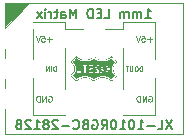
<source format=gbo>
G04 #@! TF.GenerationSoftware,KiCad,Pcbnew,9.0.6*
G04 #@! TF.CreationDate,2026-01-06T15:33:41-06:00*
G04 #@! TF.ProjectId,RGBLED_1010_BOB,5247424c-4544-45f3-9130-31305f424f42,rev?*
G04 #@! TF.SameCoordinates,Original*
G04 #@! TF.FileFunction,Legend,Bot*
G04 #@! TF.FilePolarity,Positive*
%FSLAX46Y46*%
G04 Gerber Fmt 4.6, Leading zero omitted, Abs format (unit mm)*
G04 Created by KiCad (PCBNEW 9.0.6) date 2026-01-06 15:33:41*
%MOMM*%
%LPD*%
G01*
G04 APERTURE LIST*
%ADD10C,0.200000*%
%ADD11C,0.100000*%
%ADD12C,0.080000*%
%ADD13C,0.000000*%
%ADD14C,0.120000*%
%ADD15R,1.260000X1.700000*%
%ADD16C,1.700000*%
%ADD17R,1.700000X1.700000*%
%ADD18R,2.510000X1.000000*%
G04 APERTURE END LIST*
D10*
X118261858Y-83671695D02*
X118719001Y-83671695D01*
X118490429Y-83671695D02*
X118490429Y-82871695D01*
X118490429Y-82871695D02*
X118566620Y-82985980D01*
X118566620Y-82985980D02*
X118642810Y-83062171D01*
X118642810Y-83062171D02*
X118719001Y-83100266D01*
X117919000Y-83671695D02*
X117919000Y-83138361D01*
X117919000Y-83214552D02*
X117880905Y-83176457D01*
X117880905Y-83176457D02*
X117804715Y-83138361D01*
X117804715Y-83138361D02*
X117690429Y-83138361D01*
X117690429Y-83138361D02*
X117614238Y-83176457D01*
X117614238Y-83176457D02*
X117576143Y-83252647D01*
X117576143Y-83252647D02*
X117576143Y-83671695D01*
X117576143Y-83252647D02*
X117538048Y-83176457D01*
X117538048Y-83176457D02*
X117461857Y-83138361D01*
X117461857Y-83138361D02*
X117347572Y-83138361D01*
X117347572Y-83138361D02*
X117271381Y-83176457D01*
X117271381Y-83176457D02*
X117233286Y-83252647D01*
X117233286Y-83252647D02*
X117233286Y-83671695D01*
X116852333Y-83671695D02*
X116852333Y-83138361D01*
X116852333Y-83214552D02*
X116814238Y-83176457D01*
X116814238Y-83176457D02*
X116738048Y-83138361D01*
X116738048Y-83138361D02*
X116623762Y-83138361D01*
X116623762Y-83138361D02*
X116547571Y-83176457D01*
X116547571Y-83176457D02*
X116509476Y-83252647D01*
X116509476Y-83252647D02*
X116509476Y-83671695D01*
X116509476Y-83252647D02*
X116471381Y-83176457D01*
X116471381Y-83176457D02*
X116395190Y-83138361D01*
X116395190Y-83138361D02*
X116280905Y-83138361D01*
X116280905Y-83138361D02*
X116204714Y-83176457D01*
X116204714Y-83176457D02*
X116166619Y-83252647D01*
X116166619Y-83252647D02*
X116166619Y-83671695D01*
X114795190Y-83671695D02*
X115176142Y-83671695D01*
X115176142Y-83671695D02*
X115176142Y-82871695D01*
X114528523Y-83252647D02*
X114261857Y-83252647D01*
X114147571Y-83671695D02*
X114528523Y-83671695D01*
X114528523Y-83671695D02*
X114528523Y-82871695D01*
X114528523Y-82871695D02*
X114147571Y-82871695D01*
X113804713Y-83671695D02*
X113804713Y-82871695D01*
X113804713Y-82871695D02*
X113614237Y-82871695D01*
X113614237Y-82871695D02*
X113499951Y-82909790D01*
X113499951Y-82909790D02*
X113423761Y-82985980D01*
X113423761Y-82985980D02*
X113385666Y-83062171D01*
X113385666Y-83062171D02*
X113347570Y-83214552D01*
X113347570Y-83214552D02*
X113347570Y-83328838D01*
X113347570Y-83328838D02*
X113385666Y-83481219D01*
X113385666Y-83481219D02*
X113423761Y-83557409D01*
X113423761Y-83557409D02*
X113499951Y-83633600D01*
X113499951Y-83633600D02*
X113614237Y-83671695D01*
X113614237Y-83671695D02*
X113804713Y-83671695D01*
X112395189Y-83671695D02*
X112395189Y-82871695D01*
X112395189Y-82871695D02*
X112128523Y-83443123D01*
X112128523Y-83443123D02*
X111861856Y-82871695D01*
X111861856Y-82871695D02*
X111861856Y-83671695D01*
X111138046Y-83671695D02*
X111138046Y-83252647D01*
X111138046Y-83252647D02*
X111176141Y-83176457D01*
X111176141Y-83176457D02*
X111252332Y-83138361D01*
X111252332Y-83138361D02*
X111404713Y-83138361D01*
X111404713Y-83138361D02*
X111480903Y-83176457D01*
X111138046Y-83633600D02*
X111214237Y-83671695D01*
X111214237Y-83671695D02*
X111404713Y-83671695D01*
X111404713Y-83671695D02*
X111480903Y-83633600D01*
X111480903Y-83633600D02*
X111518999Y-83557409D01*
X111518999Y-83557409D02*
X111518999Y-83481219D01*
X111518999Y-83481219D02*
X111480903Y-83405028D01*
X111480903Y-83405028D02*
X111404713Y-83366933D01*
X111404713Y-83366933D02*
X111214237Y-83366933D01*
X111214237Y-83366933D02*
X111138046Y-83328838D01*
X110871379Y-83138361D02*
X110566617Y-83138361D01*
X110757093Y-82871695D02*
X110757093Y-83557409D01*
X110757093Y-83557409D02*
X110718998Y-83633600D01*
X110718998Y-83633600D02*
X110642808Y-83671695D01*
X110642808Y-83671695D02*
X110566617Y-83671695D01*
X110299950Y-83671695D02*
X110299950Y-83138361D01*
X110299950Y-83290742D02*
X110261855Y-83214552D01*
X110261855Y-83214552D02*
X110223760Y-83176457D01*
X110223760Y-83176457D02*
X110147569Y-83138361D01*
X110147569Y-83138361D02*
X110071379Y-83138361D01*
X109804712Y-83671695D02*
X109804712Y-83138361D01*
X109804712Y-82871695D02*
X109842808Y-82909790D01*
X109842808Y-82909790D02*
X109804712Y-82947885D01*
X109804712Y-82947885D02*
X109766617Y-82909790D01*
X109766617Y-82909790D02*
X109804712Y-82871695D01*
X109804712Y-82871695D02*
X109804712Y-82947885D01*
X109499951Y-83671695D02*
X109080903Y-83138361D01*
X109499951Y-83138361D02*
X109080903Y-83671695D01*
X120547572Y-92269695D02*
X120014238Y-93069695D01*
X120014238Y-92269695D02*
X120547572Y-93069695D01*
X119328524Y-93069695D02*
X119709476Y-93069695D01*
X119709476Y-93069695D02*
X119709476Y-92269695D01*
X119061857Y-92764933D02*
X118452334Y-92764933D01*
X117652334Y-93069695D02*
X118109477Y-93069695D01*
X117880905Y-93069695D02*
X117880905Y-92269695D01*
X117880905Y-92269695D02*
X117957096Y-92383980D01*
X117957096Y-92383980D02*
X118033286Y-92460171D01*
X118033286Y-92460171D02*
X118109477Y-92498266D01*
X117157095Y-92269695D02*
X117080905Y-92269695D01*
X117080905Y-92269695D02*
X117004714Y-92307790D01*
X117004714Y-92307790D02*
X116966619Y-92345885D01*
X116966619Y-92345885D02*
X116928524Y-92422076D01*
X116928524Y-92422076D02*
X116890429Y-92574457D01*
X116890429Y-92574457D02*
X116890429Y-92764933D01*
X116890429Y-92764933D02*
X116928524Y-92917314D01*
X116928524Y-92917314D02*
X116966619Y-92993504D01*
X116966619Y-92993504D02*
X117004714Y-93031600D01*
X117004714Y-93031600D02*
X117080905Y-93069695D01*
X117080905Y-93069695D02*
X117157095Y-93069695D01*
X117157095Y-93069695D02*
X117233286Y-93031600D01*
X117233286Y-93031600D02*
X117271381Y-92993504D01*
X117271381Y-92993504D02*
X117309476Y-92917314D01*
X117309476Y-92917314D02*
X117347572Y-92764933D01*
X117347572Y-92764933D02*
X117347572Y-92574457D01*
X117347572Y-92574457D02*
X117309476Y-92422076D01*
X117309476Y-92422076D02*
X117271381Y-92345885D01*
X117271381Y-92345885D02*
X117233286Y-92307790D01*
X117233286Y-92307790D02*
X117157095Y-92269695D01*
X116128524Y-93069695D02*
X116585667Y-93069695D01*
X116357095Y-93069695D02*
X116357095Y-92269695D01*
X116357095Y-92269695D02*
X116433286Y-92383980D01*
X116433286Y-92383980D02*
X116509476Y-92460171D01*
X116509476Y-92460171D02*
X116585667Y-92498266D01*
X115633285Y-92269695D02*
X115557095Y-92269695D01*
X115557095Y-92269695D02*
X115480904Y-92307790D01*
X115480904Y-92307790D02*
X115442809Y-92345885D01*
X115442809Y-92345885D02*
X115404714Y-92422076D01*
X115404714Y-92422076D02*
X115366619Y-92574457D01*
X115366619Y-92574457D02*
X115366619Y-92764933D01*
X115366619Y-92764933D02*
X115404714Y-92917314D01*
X115404714Y-92917314D02*
X115442809Y-92993504D01*
X115442809Y-92993504D02*
X115480904Y-93031600D01*
X115480904Y-93031600D02*
X115557095Y-93069695D01*
X115557095Y-93069695D02*
X115633285Y-93069695D01*
X115633285Y-93069695D02*
X115709476Y-93031600D01*
X115709476Y-93031600D02*
X115747571Y-92993504D01*
X115747571Y-92993504D02*
X115785666Y-92917314D01*
X115785666Y-92917314D02*
X115823762Y-92764933D01*
X115823762Y-92764933D02*
X115823762Y-92574457D01*
X115823762Y-92574457D02*
X115785666Y-92422076D01*
X115785666Y-92422076D02*
X115747571Y-92345885D01*
X115747571Y-92345885D02*
X115709476Y-92307790D01*
X115709476Y-92307790D02*
X115633285Y-92269695D01*
X114566618Y-93069695D02*
X114833285Y-92688742D01*
X115023761Y-93069695D02*
X115023761Y-92269695D01*
X115023761Y-92269695D02*
X114718999Y-92269695D01*
X114718999Y-92269695D02*
X114642809Y-92307790D01*
X114642809Y-92307790D02*
X114604714Y-92345885D01*
X114604714Y-92345885D02*
X114566618Y-92422076D01*
X114566618Y-92422076D02*
X114566618Y-92536361D01*
X114566618Y-92536361D02*
X114604714Y-92612552D01*
X114604714Y-92612552D02*
X114642809Y-92650647D01*
X114642809Y-92650647D02*
X114718999Y-92688742D01*
X114718999Y-92688742D02*
X115023761Y-92688742D01*
X113804714Y-92307790D02*
X113880904Y-92269695D01*
X113880904Y-92269695D02*
X113995190Y-92269695D01*
X113995190Y-92269695D02*
X114109476Y-92307790D01*
X114109476Y-92307790D02*
X114185666Y-92383980D01*
X114185666Y-92383980D02*
X114223761Y-92460171D01*
X114223761Y-92460171D02*
X114261857Y-92612552D01*
X114261857Y-92612552D02*
X114261857Y-92726838D01*
X114261857Y-92726838D02*
X114223761Y-92879219D01*
X114223761Y-92879219D02*
X114185666Y-92955409D01*
X114185666Y-92955409D02*
X114109476Y-93031600D01*
X114109476Y-93031600D02*
X113995190Y-93069695D01*
X113995190Y-93069695D02*
X113918999Y-93069695D01*
X113918999Y-93069695D02*
X113804714Y-93031600D01*
X113804714Y-93031600D02*
X113766618Y-92993504D01*
X113766618Y-92993504D02*
X113766618Y-92726838D01*
X113766618Y-92726838D02*
X113918999Y-92726838D01*
X113157095Y-92650647D02*
X113042809Y-92688742D01*
X113042809Y-92688742D02*
X113004714Y-92726838D01*
X113004714Y-92726838D02*
X112966618Y-92803028D01*
X112966618Y-92803028D02*
X112966618Y-92917314D01*
X112966618Y-92917314D02*
X113004714Y-92993504D01*
X113004714Y-92993504D02*
X113042809Y-93031600D01*
X113042809Y-93031600D02*
X113118999Y-93069695D01*
X113118999Y-93069695D02*
X113423761Y-93069695D01*
X113423761Y-93069695D02*
X113423761Y-92269695D01*
X113423761Y-92269695D02*
X113157095Y-92269695D01*
X113157095Y-92269695D02*
X113080904Y-92307790D01*
X113080904Y-92307790D02*
X113042809Y-92345885D01*
X113042809Y-92345885D02*
X113004714Y-92422076D01*
X113004714Y-92422076D02*
X113004714Y-92498266D01*
X113004714Y-92498266D02*
X113042809Y-92574457D01*
X113042809Y-92574457D02*
X113080904Y-92612552D01*
X113080904Y-92612552D02*
X113157095Y-92650647D01*
X113157095Y-92650647D02*
X113423761Y-92650647D01*
X112166618Y-92993504D02*
X112204714Y-93031600D01*
X112204714Y-93031600D02*
X112318999Y-93069695D01*
X112318999Y-93069695D02*
X112395190Y-93069695D01*
X112395190Y-93069695D02*
X112509476Y-93031600D01*
X112509476Y-93031600D02*
X112585666Y-92955409D01*
X112585666Y-92955409D02*
X112623761Y-92879219D01*
X112623761Y-92879219D02*
X112661857Y-92726838D01*
X112661857Y-92726838D02*
X112661857Y-92612552D01*
X112661857Y-92612552D02*
X112623761Y-92460171D01*
X112623761Y-92460171D02*
X112585666Y-92383980D01*
X112585666Y-92383980D02*
X112509476Y-92307790D01*
X112509476Y-92307790D02*
X112395190Y-92269695D01*
X112395190Y-92269695D02*
X112318999Y-92269695D01*
X112318999Y-92269695D02*
X112204714Y-92307790D01*
X112204714Y-92307790D02*
X112166618Y-92345885D01*
X111823761Y-92764933D02*
X111214238Y-92764933D01*
X110871381Y-92345885D02*
X110833285Y-92307790D01*
X110833285Y-92307790D02*
X110757095Y-92269695D01*
X110757095Y-92269695D02*
X110566619Y-92269695D01*
X110566619Y-92269695D02*
X110490428Y-92307790D01*
X110490428Y-92307790D02*
X110452333Y-92345885D01*
X110452333Y-92345885D02*
X110414238Y-92422076D01*
X110414238Y-92422076D02*
X110414238Y-92498266D01*
X110414238Y-92498266D02*
X110452333Y-92612552D01*
X110452333Y-92612552D02*
X110909476Y-93069695D01*
X110909476Y-93069695D02*
X110414238Y-93069695D01*
X109957095Y-92612552D02*
X110033285Y-92574457D01*
X110033285Y-92574457D02*
X110071380Y-92536361D01*
X110071380Y-92536361D02*
X110109476Y-92460171D01*
X110109476Y-92460171D02*
X110109476Y-92422076D01*
X110109476Y-92422076D02*
X110071380Y-92345885D01*
X110071380Y-92345885D02*
X110033285Y-92307790D01*
X110033285Y-92307790D02*
X109957095Y-92269695D01*
X109957095Y-92269695D02*
X109804714Y-92269695D01*
X109804714Y-92269695D02*
X109728523Y-92307790D01*
X109728523Y-92307790D02*
X109690428Y-92345885D01*
X109690428Y-92345885D02*
X109652333Y-92422076D01*
X109652333Y-92422076D02*
X109652333Y-92460171D01*
X109652333Y-92460171D02*
X109690428Y-92536361D01*
X109690428Y-92536361D02*
X109728523Y-92574457D01*
X109728523Y-92574457D02*
X109804714Y-92612552D01*
X109804714Y-92612552D02*
X109957095Y-92612552D01*
X109957095Y-92612552D02*
X110033285Y-92650647D01*
X110033285Y-92650647D02*
X110071380Y-92688742D01*
X110071380Y-92688742D02*
X110109476Y-92764933D01*
X110109476Y-92764933D02*
X110109476Y-92917314D01*
X110109476Y-92917314D02*
X110071380Y-92993504D01*
X110071380Y-92993504D02*
X110033285Y-93031600D01*
X110033285Y-93031600D02*
X109957095Y-93069695D01*
X109957095Y-93069695D02*
X109804714Y-93069695D01*
X109804714Y-93069695D02*
X109728523Y-93031600D01*
X109728523Y-93031600D02*
X109690428Y-92993504D01*
X109690428Y-92993504D02*
X109652333Y-92917314D01*
X109652333Y-92917314D02*
X109652333Y-92764933D01*
X109652333Y-92764933D02*
X109690428Y-92688742D01*
X109690428Y-92688742D02*
X109728523Y-92650647D01*
X109728523Y-92650647D02*
X109804714Y-92612552D01*
X108890428Y-93069695D02*
X109347571Y-93069695D01*
X109118999Y-93069695D02*
X109118999Y-92269695D01*
X109118999Y-92269695D02*
X109195190Y-92383980D01*
X109195190Y-92383980D02*
X109271380Y-92460171D01*
X109271380Y-92460171D02*
X109347571Y-92498266D01*
X108585666Y-92345885D02*
X108547570Y-92307790D01*
X108547570Y-92307790D02*
X108471380Y-92269695D01*
X108471380Y-92269695D02*
X108280904Y-92269695D01*
X108280904Y-92269695D02*
X108204713Y-92307790D01*
X108204713Y-92307790D02*
X108166618Y-92345885D01*
X108166618Y-92345885D02*
X108128523Y-92422076D01*
X108128523Y-92422076D02*
X108128523Y-92498266D01*
X108128523Y-92498266D02*
X108166618Y-92612552D01*
X108166618Y-92612552D02*
X108623761Y-93069695D01*
X108623761Y-93069695D02*
X108128523Y-93069695D01*
X107518999Y-92650647D02*
X107404713Y-92688742D01*
X107404713Y-92688742D02*
X107366618Y-92726838D01*
X107366618Y-92726838D02*
X107328522Y-92803028D01*
X107328522Y-92803028D02*
X107328522Y-92917314D01*
X107328522Y-92917314D02*
X107366618Y-92993504D01*
X107366618Y-92993504D02*
X107404713Y-93031600D01*
X107404713Y-93031600D02*
X107480903Y-93069695D01*
X107480903Y-93069695D02*
X107785665Y-93069695D01*
X107785665Y-93069695D02*
X107785665Y-92269695D01*
X107785665Y-92269695D02*
X107518999Y-92269695D01*
X107518999Y-92269695D02*
X107442808Y-92307790D01*
X107442808Y-92307790D02*
X107404713Y-92345885D01*
X107404713Y-92345885D02*
X107366618Y-92422076D01*
X107366618Y-92422076D02*
X107366618Y-92498266D01*
X107366618Y-92498266D02*
X107404713Y-92574457D01*
X107404713Y-92574457D02*
X107442808Y-92612552D01*
X107442808Y-92612552D02*
X107518999Y-92650647D01*
X107518999Y-92650647D02*
X107785665Y-92650647D01*
D11*
X106398687Y-82429502D02*
X121439542Y-82429502D01*
X121439542Y-93493244D01*
X106398687Y-93493244D01*
X106398687Y-82429502D01*
X106400000Y-84500000D02*
X106398688Y-82429502D01*
X108390000Y-82429502D01*
X106400000Y-84500000D01*
G36*
X106400000Y-84500000D02*
G01*
X106398688Y-82429502D01*
X108390000Y-82429502D01*
X106400000Y-84500000D01*
G37*
D12*
X110693854Y-88152855D02*
X110693854Y-87752855D01*
X110693854Y-87752855D02*
X110598616Y-87752855D01*
X110598616Y-87752855D02*
X110541473Y-87771903D01*
X110541473Y-87771903D02*
X110503378Y-87809998D01*
X110503378Y-87809998D02*
X110484331Y-87848093D01*
X110484331Y-87848093D02*
X110465283Y-87924284D01*
X110465283Y-87924284D02*
X110465283Y-87981427D01*
X110465283Y-87981427D02*
X110484331Y-88057617D01*
X110484331Y-88057617D02*
X110503378Y-88095712D01*
X110503378Y-88095712D02*
X110541473Y-88133808D01*
X110541473Y-88133808D02*
X110598616Y-88152855D01*
X110598616Y-88152855D02*
X110693854Y-88152855D01*
X110293854Y-88152855D02*
X110293854Y-87752855D01*
X110103378Y-88152855D02*
X110103378Y-87752855D01*
X110103378Y-87752855D02*
X109874807Y-88152855D01*
X109874807Y-88152855D02*
X109874807Y-87752855D01*
X118006657Y-88161334D02*
X118006657Y-87761334D01*
X118006657Y-87761334D02*
X117911419Y-87761334D01*
X117911419Y-87761334D02*
X117854276Y-87780382D01*
X117854276Y-87780382D02*
X117816181Y-87818477D01*
X117816181Y-87818477D02*
X117797134Y-87856572D01*
X117797134Y-87856572D02*
X117778086Y-87932763D01*
X117778086Y-87932763D02*
X117778086Y-87989906D01*
X117778086Y-87989906D02*
X117797134Y-88066096D01*
X117797134Y-88066096D02*
X117816181Y-88104191D01*
X117816181Y-88104191D02*
X117854276Y-88142287D01*
X117854276Y-88142287D02*
X117911419Y-88161334D01*
X117911419Y-88161334D02*
X118006657Y-88161334D01*
X117530467Y-87761334D02*
X117454276Y-87761334D01*
X117454276Y-87761334D02*
X117416181Y-87780382D01*
X117416181Y-87780382D02*
X117378086Y-87818477D01*
X117378086Y-87818477D02*
X117359038Y-87894667D01*
X117359038Y-87894667D02*
X117359038Y-88028001D01*
X117359038Y-88028001D02*
X117378086Y-88104191D01*
X117378086Y-88104191D02*
X117416181Y-88142287D01*
X117416181Y-88142287D02*
X117454276Y-88161334D01*
X117454276Y-88161334D02*
X117530467Y-88161334D01*
X117530467Y-88161334D02*
X117568562Y-88142287D01*
X117568562Y-88142287D02*
X117606657Y-88104191D01*
X117606657Y-88104191D02*
X117625705Y-88028001D01*
X117625705Y-88028001D02*
X117625705Y-87894667D01*
X117625705Y-87894667D02*
X117606657Y-87818477D01*
X117606657Y-87818477D02*
X117568562Y-87780382D01*
X117568562Y-87780382D02*
X117530467Y-87761334D01*
X117187609Y-87761334D02*
X117187609Y-88085144D01*
X117187609Y-88085144D02*
X117168562Y-88123239D01*
X117168562Y-88123239D02*
X117149514Y-88142287D01*
X117149514Y-88142287D02*
X117111419Y-88161334D01*
X117111419Y-88161334D02*
X117035228Y-88161334D01*
X117035228Y-88161334D02*
X116997133Y-88142287D01*
X116997133Y-88142287D02*
X116978086Y-88123239D01*
X116978086Y-88123239D02*
X116959038Y-88085144D01*
X116959038Y-88085144D02*
X116959038Y-87761334D01*
X116825704Y-87761334D02*
X116597133Y-87761334D01*
X116711419Y-88161334D02*
X116711419Y-87761334D01*
D11*
X118819623Y-85472542D02*
X118438671Y-85472542D01*
X118629147Y-85663018D02*
X118629147Y-85282066D01*
X117962480Y-85163018D02*
X118200575Y-85163018D01*
X118200575Y-85163018D02*
X118224384Y-85401113D01*
X118224384Y-85401113D02*
X118200575Y-85377304D01*
X118200575Y-85377304D02*
X118152956Y-85353494D01*
X118152956Y-85353494D02*
X118033908Y-85353494D01*
X118033908Y-85353494D02*
X117986289Y-85377304D01*
X117986289Y-85377304D02*
X117962480Y-85401113D01*
X117962480Y-85401113D02*
X117938670Y-85448732D01*
X117938670Y-85448732D02*
X117938670Y-85567780D01*
X117938670Y-85567780D02*
X117962480Y-85615399D01*
X117962480Y-85615399D02*
X117986289Y-85639209D01*
X117986289Y-85639209D02*
X118033908Y-85663018D01*
X118033908Y-85663018D02*
X118152956Y-85663018D01*
X118152956Y-85663018D02*
X118200575Y-85639209D01*
X118200575Y-85639209D02*
X118224384Y-85615399D01*
X117795813Y-85163018D02*
X117629147Y-85663018D01*
X117629147Y-85663018D02*
X117462480Y-85163018D01*
X118566198Y-90265425D02*
X118613817Y-90241615D01*
X118613817Y-90241615D02*
X118685246Y-90241615D01*
X118685246Y-90241615D02*
X118756674Y-90265425D01*
X118756674Y-90265425D02*
X118804293Y-90313044D01*
X118804293Y-90313044D02*
X118828103Y-90360663D01*
X118828103Y-90360663D02*
X118851912Y-90455901D01*
X118851912Y-90455901D02*
X118851912Y-90527329D01*
X118851912Y-90527329D02*
X118828103Y-90622567D01*
X118828103Y-90622567D02*
X118804293Y-90670186D01*
X118804293Y-90670186D02*
X118756674Y-90717806D01*
X118756674Y-90717806D02*
X118685246Y-90741615D01*
X118685246Y-90741615D02*
X118637627Y-90741615D01*
X118637627Y-90741615D02*
X118566198Y-90717806D01*
X118566198Y-90717806D02*
X118542389Y-90693996D01*
X118542389Y-90693996D02*
X118542389Y-90527329D01*
X118542389Y-90527329D02*
X118637627Y-90527329D01*
X118328103Y-90741615D02*
X118328103Y-90241615D01*
X118328103Y-90241615D02*
X118042389Y-90741615D01*
X118042389Y-90741615D02*
X118042389Y-90241615D01*
X117804293Y-90741615D02*
X117804293Y-90241615D01*
X117804293Y-90241615D02*
X117685245Y-90241615D01*
X117685245Y-90241615D02*
X117613817Y-90265425D01*
X117613817Y-90265425D02*
X117566198Y-90313044D01*
X117566198Y-90313044D02*
X117542388Y-90360663D01*
X117542388Y-90360663D02*
X117518579Y-90455901D01*
X117518579Y-90455901D02*
X117518579Y-90527329D01*
X117518579Y-90527329D02*
X117542388Y-90622567D01*
X117542388Y-90622567D02*
X117566198Y-90670186D01*
X117566198Y-90670186D02*
X117613817Y-90717806D01*
X117613817Y-90717806D02*
X117685245Y-90741615D01*
X117685245Y-90741615D02*
X117804293Y-90741615D01*
X110077171Y-90275306D02*
X110124790Y-90251496D01*
X110124790Y-90251496D02*
X110196219Y-90251496D01*
X110196219Y-90251496D02*
X110267647Y-90275306D01*
X110267647Y-90275306D02*
X110315266Y-90322925D01*
X110315266Y-90322925D02*
X110339076Y-90370544D01*
X110339076Y-90370544D02*
X110362885Y-90465782D01*
X110362885Y-90465782D02*
X110362885Y-90537210D01*
X110362885Y-90537210D02*
X110339076Y-90632448D01*
X110339076Y-90632448D02*
X110315266Y-90680067D01*
X110315266Y-90680067D02*
X110267647Y-90727687D01*
X110267647Y-90727687D02*
X110196219Y-90751496D01*
X110196219Y-90751496D02*
X110148600Y-90751496D01*
X110148600Y-90751496D02*
X110077171Y-90727687D01*
X110077171Y-90727687D02*
X110053362Y-90703877D01*
X110053362Y-90703877D02*
X110053362Y-90537210D01*
X110053362Y-90537210D02*
X110148600Y-90537210D01*
X109839076Y-90751496D02*
X109839076Y-90251496D01*
X109839076Y-90251496D02*
X109553362Y-90751496D01*
X109553362Y-90751496D02*
X109553362Y-90251496D01*
X109315266Y-90751496D02*
X109315266Y-90251496D01*
X109315266Y-90251496D02*
X109196218Y-90251496D01*
X109196218Y-90251496D02*
X109124790Y-90275306D01*
X109124790Y-90275306D02*
X109077171Y-90322925D01*
X109077171Y-90322925D02*
X109053361Y-90370544D01*
X109053361Y-90370544D02*
X109029552Y-90465782D01*
X109029552Y-90465782D02*
X109029552Y-90537210D01*
X109029552Y-90537210D02*
X109053361Y-90632448D01*
X109053361Y-90632448D02*
X109077171Y-90680067D01*
X109077171Y-90680067D02*
X109124790Y-90727687D01*
X109124790Y-90727687D02*
X109196218Y-90751496D01*
X109196218Y-90751496D02*
X109315266Y-90751496D01*
X110339076Y-85472542D02*
X109958124Y-85472542D01*
X110148600Y-85663018D02*
X110148600Y-85282066D01*
X109481933Y-85163018D02*
X109720028Y-85163018D01*
X109720028Y-85163018D02*
X109743837Y-85401113D01*
X109743837Y-85401113D02*
X109720028Y-85377304D01*
X109720028Y-85377304D02*
X109672409Y-85353494D01*
X109672409Y-85353494D02*
X109553361Y-85353494D01*
X109553361Y-85353494D02*
X109505742Y-85377304D01*
X109505742Y-85377304D02*
X109481933Y-85401113D01*
X109481933Y-85401113D02*
X109458123Y-85448732D01*
X109458123Y-85448732D02*
X109458123Y-85567780D01*
X109458123Y-85567780D02*
X109481933Y-85615399D01*
X109481933Y-85615399D02*
X109505742Y-85639209D01*
X109505742Y-85639209D02*
X109553361Y-85663018D01*
X109553361Y-85663018D02*
X109672409Y-85663018D01*
X109672409Y-85663018D02*
X109720028Y-85639209D01*
X109720028Y-85639209D02*
X109743837Y-85615399D01*
X109315266Y-85163018D02*
X109148600Y-85663018D01*
X109148600Y-85663018D02*
X108981933Y-85163018D01*
D13*
G36*
X115533388Y-88330484D02*
G01*
X115555666Y-88362024D01*
X115580955Y-88393538D01*
X115610137Y-88426221D01*
X115644091Y-88461265D01*
X115701585Y-88518742D01*
X115665891Y-88556554D01*
X115659158Y-88563709D01*
X115644467Y-88579412D01*
X115627086Y-88598076D01*
X115608175Y-88618453D01*
X115588893Y-88639294D01*
X115570400Y-88659350D01*
X115563487Y-88666851D01*
X115542482Y-88689524D01*
X115519817Y-88713847D01*
X115497030Y-88738176D01*
X115475664Y-88760863D01*
X115457258Y-88780263D01*
X115448271Y-88789661D01*
X115433865Y-88804610D01*
X115421390Y-88817413D01*
X115411511Y-88827395D01*
X115404894Y-88833880D01*
X115402204Y-88836192D01*
X115399537Y-88834950D01*
X115392692Y-88830886D01*
X115383454Y-88824975D01*
X115343513Y-88798860D01*
X115305179Y-88774251D01*
X115270793Y-88752767D01*
X115239604Y-88733990D01*
X115210862Y-88717504D01*
X115183816Y-88702889D01*
X115157717Y-88689729D01*
X115131812Y-88677606D01*
X115105352Y-88666102D01*
X115077587Y-88654800D01*
X115022502Y-88634462D01*
X114951484Y-88612764D01*
X114879303Y-88595974D01*
X114803787Y-88583524D01*
X114797340Y-88582734D01*
X114774352Y-88580700D01*
X114746602Y-88579128D01*
X114715510Y-88578026D01*
X114682497Y-88577403D01*
X114648984Y-88577268D01*
X114616390Y-88577632D01*
X114586137Y-88578502D01*
X114559645Y-88579889D01*
X114538334Y-88581802D01*
X114482212Y-88589513D01*
X114414124Y-88602067D01*
X114349716Y-88617916D01*
X114287589Y-88637460D01*
X114226345Y-88661102D01*
X114164588Y-88689243D01*
X114136047Y-88703466D01*
X114102451Y-88721178D01*
X114071119Y-88739027D01*
X114040244Y-88758094D01*
X114008019Y-88779463D01*
X113972636Y-88804216D01*
X113962237Y-88811502D01*
X113947593Y-88821295D01*
X113935105Y-88829094D01*
X113925844Y-88834240D01*
X113920881Y-88836074D01*
X113919209Y-88836013D01*
X113915820Y-88835508D01*
X113911865Y-88834079D01*
X113906537Y-88831227D01*
X113899027Y-88826454D01*
X113888529Y-88819262D01*
X113874236Y-88809153D01*
X113855338Y-88795627D01*
X113839676Y-88784522D01*
X113800877Y-88758350D01*
X113763012Y-88734987D01*
X113723610Y-88712954D01*
X113680203Y-88690772D01*
X113645262Y-88674310D01*
X113565468Y-88641989D01*
X113483834Y-88616075D01*
X113400462Y-88596588D01*
X113315455Y-88583551D01*
X113228916Y-88576985D01*
X113140950Y-88576913D01*
X113093990Y-88579362D01*
X113020687Y-88586619D01*
X112949933Y-88598211D01*
X112880194Y-88614462D01*
X112809936Y-88635696D01*
X112737626Y-88662240D01*
X112735641Y-88663033D01*
X112705532Y-88676199D01*
X112671495Y-88692912D01*
X112634674Y-88712525D01*
X112596214Y-88734387D01*
X112557261Y-88757849D01*
X112518958Y-88782261D01*
X112482451Y-88806975D01*
X112471439Y-88814392D01*
X112458452Y-88822323D01*
X112448235Y-88827599D01*
X112442053Y-88829514D01*
X112440239Y-88829044D01*
X112435944Y-88826415D01*
X112429556Y-88821238D01*
X112420811Y-88813244D01*
X112409445Y-88802166D01*
X112395195Y-88787735D01*
X112377796Y-88769682D01*
X112356985Y-88747739D01*
X112332498Y-88721637D01*
X112304071Y-88691108D01*
X112271441Y-88655884D01*
X112261709Y-88645428D01*
X112247415Y-88630213D01*
X112232142Y-88614072D01*
X112217886Y-88599121D01*
X112206232Y-88586954D01*
X112190646Y-88570666D01*
X112175539Y-88554863D01*
X112162983Y-88541713D01*
X112138480Y-88516025D01*
X112169310Y-88486619D01*
X112169773Y-88486176D01*
X112182772Y-88473405D01*
X112197955Y-88457950D01*
X112214168Y-88441041D01*
X112230255Y-88423909D01*
X112245061Y-88407782D01*
X112257430Y-88393892D01*
X112266206Y-88383468D01*
X112272024Y-88376059D01*
X112306136Y-88328134D01*
X112336927Y-88277062D01*
X112363844Y-88224022D01*
X112377323Y-88191759D01*
X112476483Y-88191759D01*
X112476483Y-88258540D01*
X112476483Y-88325320D01*
X112665684Y-88325320D01*
X112854885Y-88325320D01*
X112852670Y-88149472D01*
X112852391Y-88125953D01*
X112851941Y-88081538D01*
X112851531Y-88033170D01*
X112851172Y-87982569D01*
X112850874Y-87931453D01*
X112850648Y-87881540D01*
X112850504Y-87834548D01*
X112850454Y-87792196D01*
X112850454Y-87610877D01*
X112983874Y-87610877D01*
X112984780Y-87676768D01*
X112985685Y-87742660D01*
X113053300Y-87743564D01*
X113120915Y-87744467D01*
X113120915Y-88034894D01*
X113120915Y-88325320D01*
X113172670Y-88325320D01*
X113224425Y-88325320D01*
X113224425Y-88034825D01*
X113224425Y-87784686D01*
X113474853Y-87784686D01*
X113474853Y-87827470D01*
X113524482Y-87828472D01*
X113532317Y-87828617D01*
X113549423Y-87828833D01*
X113563824Y-87828879D01*
X113574195Y-87828756D01*
X113579213Y-87828465D01*
X113581078Y-87827465D01*
X113584323Y-87821067D01*
X113586684Y-87808490D01*
X113586759Y-87807901D01*
X113591247Y-87785820D01*
X113598274Y-87768852D01*
X113607582Y-87757623D01*
X113610822Y-87755400D01*
X113615459Y-87753455D01*
X113622020Y-87752179D01*
X113631695Y-87751437D01*
X113645670Y-87751092D01*
X113665134Y-87751007D01*
X113667238Y-87751008D01*
X113686008Y-87751095D01*
X113699481Y-87751443D01*
X113708918Y-87752213D01*
X113715580Y-87753562D01*
X113720727Y-87755650D01*
X113725621Y-87758636D01*
X113725951Y-87758858D01*
X113732063Y-87763502D01*
X113735491Y-87768388D01*
X113737154Y-87775661D01*
X113737972Y-87787467D01*
X113738109Y-87790832D01*
X113737771Y-87803784D01*
X113735259Y-87814558D01*
X113729822Y-87826766D01*
X113722035Y-87839297D01*
X113706619Y-87857471D01*
X113685947Y-87876915D01*
X113660611Y-87897084D01*
X113631203Y-87917434D01*
X113623594Y-87922389D01*
X113592669Y-87943144D01*
X113566919Y-87961701D01*
X113545692Y-87978709D01*
X113528335Y-87994816D01*
X113514196Y-88010671D01*
X113502624Y-88026922D01*
X113492964Y-88044218D01*
X113484566Y-88063207D01*
X113483247Y-88066587D01*
X113480643Y-88074192D01*
X113478820Y-88081896D01*
X113477642Y-88091013D01*
X113476972Y-88102859D01*
X113476674Y-88118751D01*
X113476612Y-88140004D01*
X113476688Y-88157954D01*
X113477054Y-88175983D01*
X113477847Y-88189996D01*
X113479201Y-88201484D01*
X113481252Y-88211937D01*
X113484136Y-88222843D01*
X113485409Y-88227152D01*
X113496750Y-88257425D01*
X113510770Y-88281853D01*
X113527795Y-88300813D01*
X113548151Y-88314677D01*
X113572164Y-88323820D01*
X113573151Y-88324065D01*
X113584437Y-88325788D01*
X113600906Y-88327108D01*
X113621243Y-88328027D01*
X113644132Y-88328548D01*
X113668256Y-88328673D01*
X113692300Y-88328405D01*
X113714948Y-88327747D01*
X113734882Y-88326701D01*
X113750789Y-88325269D01*
X113761350Y-88323455D01*
X113780805Y-88316825D01*
X113801783Y-88304989D01*
X113818679Y-88288840D01*
X113832165Y-88267701D01*
X113842910Y-88240890D01*
X113843654Y-88238482D01*
X113846555Y-88226403D01*
X113848692Y-88211742D01*
X113850226Y-88193135D01*
X113851318Y-88169221D01*
X113853057Y-88118301D01*
X113795846Y-88118301D01*
X113738636Y-88118301D01*
X113738617Y-88134161D01*
X113737963Y-88146750D01*
X113732947Y-88168203D01*
X113723005Y-88185191D01*
X113714309Y-88195526D01*
X113657720Y-88194477D01*
X113635645Y-88194005D01*
X113618031Y-88193139D01*
X113605447Y-88191356D01*
X113597048Y-88188108D01*
X113591987Y-88182845D01*
X113589419Y-88175020D01*
X113588499Y-88164083D01*
X113588380Y-88149486D01*
X113588406Y-88144523D01*
X113589210Y-88128881D01*
X113591801Y-88116842D01*
X113597065Y-88106499D01*
X113605888Y-88095945D01*
X113619155Y-88083275D01*
X113621408Y-88081242D01*
X113628475Y-88075128D01*
X113636267Y-88068865D01*
X113645488Y-88061966D01*
X113656839Y-88053940D01*
X113671024Y-88044299D01*
X113688744Y-88032553D01*
X113710702Y-88018214D01*
X113737600Y-88000792D01*
X113760745Y-87984414D01*
X113789140Y-87959555D01*
X113812727Y-87932830D01*
X113830884Y-87904969D01*
X113842992Y-87876702D01*
X113843264Y-87875833D01*
X113846016Y-87866241D01*
X113847953Y-87857058D01*
X113849200Y-87846868D01*
X113849880Y-87834253D01*
X113850117Y-87817798D01*
X113850034Y-87796084D01*
X113849746Y-87778257D01*
X113848458Y-87750534D01*
X113846019Y-87727683D01*
X113842238Y-87708578D01*
X113836925Y-87692090D01*
X113829888Y-87677092D01*
X113828231Y-87674146D01*
X113811659Y-87652095D01*
X113790382Y-87634592D01*
X113764796Y-87621899D01*
X113735297Y-87614280D01*
X113728401Y-87613392D01*
X113711347Y-87612098D01*
X113690371Y-87611282D01*
X113667235Y-87610941D01*
X113643704Y-87611077D01*
X113621541Y-87611687D01*
X113602512Y-87612772D01*
X113588380Y-87614330D01*
X113566282Y-87619419D01*
X113539658Y-87630750D01*
X113517478Y-87647056D01*
X113499780Y-87668303D01*
X113486598Y-87694454D01*
X113477968Y-87725473D01*
X113476777Y-87735023D01*
X113475777Y-87749466D01*
X113475101Y-87766679D01*
X113474853Y-87784686D01*
X113224425Y-87784686D01*
X113224425Y-87744329D01*
X113292876Y-87744329D01*
X113361326Y-87744329D01*
X113361326Y-87676714D01*
X113361327Y-87609098D01*
X113172601Y-87609988D01*
X112983874Y-87610877D01*
X112850454Y-87610877D01*
X112850454Y-87610768D01*
X112798699Y-87610768D01*
X112746944Y-87610768D01*
X112746944Y-87901264D01*
X112746944Y-88191759D01*
X112611713Y-88191759D01*
X112476483Y-88191759D01*
X112377323Y-88191759D01*
X112386334Y-88170192D01*
X112403842Y-88116751D01*
X112415817Y-88064876D01*
X112416721Y-88059680D01*
X112418868Y-88045686D01*
X112420391Y-88032055D01*
X112421365Y-88017380D01*
X112421864Y-88000254D01*
X112421961Y-87979269D01*
X112421733Y-87953019D01*
X112421497Y-87938367D01*
X112420401Y-87905347D01*
X112418357Y-87876206D01*
X112415084Y-87849275D01*
X112410299Y-87822886D01*
X112403719Y-87795369D01*
X112395063Y-87765056D01*
X112384047Y-87730278D01*
X112368803Y-87689340D01*
X112348350Y-87644513D01*
X112328984Y-87608524D01*
X113972368Y-87608524D01*
X113972542Y-87609098D01*
X113972719Y-87609685D01*
X113974971Y-87615846D01*
X113978848Y-87626014D01*
X113983810Y-87638763D01*
X113995252Y-87667909D01*
X113988715Y-87686910D01*
X113988305Y-87688113D01*
X113985811Y-87696247D01*
X113983654Y-87705090D01*
X113981815Y-87715139D01*
X113980274Y-87726893D01*
X113979010Y-87740848D01*
X113978005Y-87757502D01*
X113977238Y-87777352D01*
X113976688Y-87800895D01*
X113976337Y-87828629D01*
X113976164Y-87861051D01*
X113976150Y-87898658D01*
X113976273Y-87941948D01*
X113976516Y-87991417D01*
X113976588Y-88004094D01*
X113976852Y-88047033D01*
X113977122Y-88083937D01*
X113977414Y-88115315D01*
X113977451Y-88118301D01*
X113977742Y-88141674D01*
X113978120Y-88163520D01*
X113978563Y-88181362D01*
X113979084Y-88195706D01*
X113979699Y-88207059D01*
X113980422Y-88215930D01*
X113981267Y-88222826D01*
X113982249Y-88228253D01*
X113983383Y-88232718D01*
X113994114Y-88261347D01*
X114008249Y-88284704D01*
X114025956Y-88302799D01*
X114047496Y-88315973D01*
X114052883Y-88318298D01*
X114059219Y-88320410D01*
X114066583Y-88321944D01*
X114076106Y-88323024D01*
X114088918Y-88323770D01*
X114106147Y-88324303D01*
X114128925Y-88324747D01*
X114142796Y-88324964D01*
X114161751Y-88325149D01*
X114175310Y-88325052D01*
X114184282Y-88324625D01*
X114189472Y-88323816D01*
X114191691Y-88322575D01*
X114191744Y-88320854D01*
X114191266Y-88319587D01*
X114188667Y-88312603D01*
X114184415Y-88301119D01*
X114178973Y-88286390D01*
X114172808Y-88269672D01*
X114170864Y-88264405D01*
X114164290Y-88246688D01*
X114158186Y-88230376D01*
X114153162Y-88217091D01*
X114149825Y-88208454D01*
X114143864Y-88193429D01*
X114123733Y-88191759D01*
X114114631Y-88190595D01*
X114104201Y-88188172D01*
X114097867Y-88185324D01*
X114094455Y-88182339D01*
X114091312Y-88178850D01*
X114088778Y-88174542D01*
X114086790Y-88168765D01*
X114085282Y-88160867D01*
X114084190Y-88150197D01*
X114083449Y-88136105D01*
X114082996Y-88117939D01*
X114082764Y-88095047D01*
X114082691Y-88066780D01*
X114082710Y-88032486D01*
X114082865Y-87902933D01*
X114137300Y-88048181D01*
X114143468Y-88064645D01*
X114155800Y-88097606D01*
X114168124Y-88130599D01*
X114180051Y-88162575D01*
X114191190Y-88192488D01*
X114201152Y-88219290D01*
X114209546Y-88241935D01*
X114215982Y-88259375D01*
X114240227Y-88325320D01*
X114290169Y-88325320D01*
X114340111Y-88325320D01*
X114339573Y-88323586D01*
X114459866Y-88323586D01*
X114460302Y-88323837D01*
X114465582Y-88324386D01*
X114475914Y-88324709D01*
X114490108Y-88324781D01*
X114506974Y-88324577D01*
X114554083Y-88323651D01*
X114568225Y-88283583D01*
X114570421Y-88277360D01*
X114576556Y-88259971D01*
X114584123Y-88238517D01*
X114592582Y-88214525D01*
X114601396Y-88189526D01*
X114610024Y-88165047D01*
X114616031Y-88148097D01*
X114623255Y-88127972D01*
X114629587Y-88110620D01*
X114634701Y-88096924D01*
X114638270Y-88087769D01*
X114639969Y-88084036D01*
X114640325Y-88084020D01*
X114642776Y-88087698D01*
X114646800Y-88096311D01*
X114651930Y-88108800D01*
X114657695Y-88124104D01*
X114657937Y-88124771D01*
X114664142Y-88141775D01*
X114671994Y-88163131D01*
X114680825Y-88187024D01*
X114689962Y-88211640D01*
X114698737Y-88235167D01*
X114701417Y-88242339D01*
X114708998Y-88262708D01*
X114715839Y-88281199D01*
X114721536Y-88296718D01*
X114725689Y-88308172D01*
X114727894Y-88314469D01*
X114731448Y-88325320D01*
X114782583Y-88325320D01*
X114833718Y-88325320D01*
X114822378Y-88294434D01*
X114819844Y-88287597D01*
X114814714Y-88273890D01*
X114807743Y-88255349D01*
X114799231Y-88232766D01*
X114789476Y-88206930D01*
X114778778Y-88178633D01*
X114767436Y-88148665D01*
X114755748Y-88117816D01*
X114744015Y-88086879D01*
X114732534Y-88056642D01*
X114721606Y-88027897D01*
X114711529Y-88001434D01*
X114705204Y-87984754D01*
X114699265Y-87968663D01*
X114695273Y-87956944D01*
X114692953Y-87948571D01*
X114692029Y-87942519D01*
X114692229Y-87937762D01*
X114693276Y-87933276D01*
X114693312Y-87933154D01*
X114695074Y-87927670D01*
X114698742Y-87916557D01*
X114704095Y-87900476D01*
X114710911Y-87880090D01*
X114718969Y-87856059D01*
X114728047Y-87829045D01*
X114737923Y-87799711D01*
X114748377Y-87768717D01*
X114749379Y-87765748D01*
X114759664Y-87735196D01*
X114769247Y-87706595D01*
X114777922Y-87680570D01*
X114785481Y-87657746D01*
X114791720Y-87638747D01*
X114796431Y-87624197D01*
X114799409Y-87614723D01*
X114799507Y-87614365D01*
X114907296Y-87614365D01*
X114907333Y-87614583D01*
X114909128Y-87619270D01*
X114913400Y-87629211D01*
X114919841Y-87643722D01*
X114928143Y-87662121D01*
X114937998Y-87683725D01*
X114949099Y-87707850D01*
X114961138Y-87733814D01*
X114971798Y-87756726D01*
X114985383Y-87785934D01*
X114998779Y-87814751D01*
X115011462Y-87842045D01*
X115022905Y-87866683D01*
X115032581Y-87887531D01*
X115039965Y-87903459D01*
X115064951Y-87957409D01*
X115004111Y-88097123D01*
X114996291Y-88115077D01*
X114983076Y-88145402D01*
X114970254Y-88174808D01*
X114958203Y-88202428D01*
X114947302Y-88227393D01*
X114937929Y-88248838D01*
X114930464Y-88265894D01*
X114925284Y-88277694D01*
X114923786Y-88281109D01*
X114917329Y-88296123D01*
X114912091Y-88308775D01*
X114908579Y-88317819D01*
X114907296Y-88322013D01*
X114907480Y-88322381D01*
X114912355Y-88323653D01*
X114923817Y-88324442D01*
X114941809Y-88324746D01*
X114966271Y-88324563D01*
X115025245Y-88323651D01*
X115050581Y-88270068D01*
X115056439Y-88257658D01*
X115066604Y-88236060D01*
X115078334Y-88211082D01*
X115090896Y-88184286D01*
X115103557Y-88157237D01*
X115115583Y-88131498D01*
X115116945Y-88128582D01*
X115127266Y-88106600D01*
X115136724Y-88086655D01*
X115144931Y-88069552D01*
X115151497Y-88056095D01*
X115156035Y-88047089D01*
X115158156Y-88043339D01*
X115158455Y-88043695D01*
X115159073Y-88049064D01*
X115159630Y-88060250D01*
X115160113Y-88076661D01*
X115160510Y-88097708D01*
X115160809Y-88122797D01*
X115160997Y-88151340D01*
X115161063Y-88182744D01*
X115161063Y-88325320D01*
X115219511Y-88325320D01*
X115277959Y-88325320D01*
X115277109Y-87968879D01*
X115276259Y-87612438D01*
X115218700Y-87611524D01*
X115161140Y-87610611D01*
X115160267Y-87741263D01*
X115159393Y-87871915D01*
X115120994Y-87799198D01*
X115118035Y-87793594D01*
X115104693Y-87768320D01*
X115090474Y-87741376D01*
X115076377Y-87714655D01*
X115063400Y-87690052D01*
X115052544Y-87669459D01*
X115022493Y-87612438D01*
X114964895Y-87611524D01*
X114948570Y-87611335D01*
X114929838Y-87611410D01*
X114917015Y-87611925D01*
X114909651Y-87612903D01*
X114907296Y-87614365D01*
X114799507Y-87614365D01*
X114800447Y-87610948D01*
X114798323Y-87609639D01*
X114789838Y-87608422D01*
X114775074Y-87607680D01*
X114754245Y-87607429D01*
X114708042Y-87607429D01*
X114673706Y-87696748D01*
X114672040Y-87701080D01*
X114663215Y-87723953D01*
X114655140Y-87744763D01*
X114648144Y-87762673D01*
X114642553Y-87776851D01*
X114638695Y-87786461D01*
X114636896Y-87790668D01*
X114636772Y-87790891D01*
X114635948Y-87791874D01*
X114634906Y-87791658D01*
X114633414Y-87789680D01*
X114631240Y-87785377D01*
X114628151Y-87778187D01*
X114623914Y-87767546D01*
X114618296Y-87752892D01*
X114611065Y-87733661D01*
X114601989Y-87709291D01*
X114590834Y-87679218D01*
X114564846Y-87609098D01*
X114513634Y-87608175D01*
X114506189Y-87608044D01*
X114488806Y-87607823D01*
X114476852Y-87607906D01*
X114469401Y-87608389D01*
X114465527Y-87609366D01*
X114464303Y-87610932D01*
X114464803Y-87613183D01*
X114464886Y-87613392D01*
X114466792Y-87618385D01*
X114470778Y-87628921D01*
X114476609Y-87644375D01*
X114484050Y-87664121D01*
X114492863Y-87687530D01*
X114502813Y-87713978D01*
X114513665Y-87742838D01*
X114525181Y-87773483D01*
X114583178Y-87927851D01*
X114582981Y-87928472D01*
X114570207Y-87968817D01*
X114565008Y-87985273D01*
X114559308Y-88003388D01*
X114554255Y-88019523D01*
X114550535Y-88031486D01*
X114550399Y-88031928D01*
X114547501Y-88041252D01*
X114542959Y-88055805D01*
X114537105Y-88074522D01*
X114530273Y-88096340D01*
X114522796Y-88120191D01*
X114515008Y-88145013D01*
X114502392Y-88185223D01*
X114491538Y-88219886D01*
X114482483Y-88248884D01*
X114475120Y-88272567D01*
X114469339Y-88291287D01*
X114465032Y-88305397D01*
X114462090Y-88315249D01*
X114460404Y-88321195D01*
X114459866Y-88323586D01*
X114339573Y-88323586D01*
X114337779Y-88317808D01*
X114336965Y-88315317D01*
X114333691Y-88306102D01*
X114329671Y-88295453D01*
X114326605Y-88287008D01*
X114325688Y-88280636D01*
X114327398Y-88274123D01*
X114331952Y-88264572D01*
X114334543Y-88259308D01*
X114337447Y-88252863D01*
X114339951Y-88246212D01*
X114342084Y-88238857D01*
X114343876Y-88230299D01*
X114345358Y-88220042D01*
X114346559Y-88207588D01*
X114347509Y-88192437D01*
X114348237Y-88174094D01*
X114348773Y-88152060D01*
X114349147Y-88125836D01*
X114349389Y-88094926D01*
X114349529Y-88058832D01*
X114349596Y-88017055D01*
X114349620Y-87969097D01*
X114349622Y-87928472D01*
X114349584Y-87885557D01*
X114349473Y-87848407D01*
X114349259Y-87816523D01*
X114348910Y-87789408D01*
X114348398Y-87766562D01*
X114347691Y-87747489D01*
X114346758Y-87731691D01*
X114345570Y-87718669D01*
X114344095Y-87707926D01*
X114342303Y-87698963D01*
X114340164Y-87691283D01*
X114337648Y-87684387D01*
X114334722Y-87677779D01*
X114331359Y-87670959D01*
X114318738Y-87650416D01*
X114303011Y-87634062D01*
X114283504Y-87621754D01*
X114277301Y-87618786D01*
X114271516Y-87616447D01*
X114265335Y-87614733D01*
X114257710Y-87613523D01*
X114247596Y-87612701D01*
X114233944Y-87612147D01*
X114215709Y-87611742D01*
X114191843Y-87611369D01*
X114119152Y-87610300D01*
X114124179Y-87623055D01*
X114125853Y-87627394D01*
X114129945Y-87638235D01*
X114135487Y-87653067D01*
X114141967Y-87670522D01*
X114148876Y-87689235D01*
X114168546Y-87742660D01*
X114194836Y-87744518D01*
X114196590Y-87744639D01*
X114207306Y-87745316D01*
X114216292Y-87746152D01*
X114223704Y-87747689D01*
X114229696Y-87750471D01*
X114234425Y-87755041D01*
X114238047Y-87761943D01*
X114240717Y-87771718D01*
X114242590Y-87784912D01*
X114243824Y-87802066D01*
X114244572Y-87823724D01*
X114244992Y-87850429D01*
X114245238Y-87882724D01*
X114245467Y-87921153D01*
X114245600Y-87944540D01*
X114245709Y-87973622D01*
X114245743Y-87999994D01*
X114245705Y-88022993D01*
X114245598Y-88041959D01*
X114245424Y-88056231D01*
X114245186Y-88065147D01*
X114244887Y-88068047D01*
X114244242Y-88066809D01*
X114242760Y-88063306D01*
X114240338Y-88057243D01*
X114236861Y-88048311D01*
X114232211Y-88036203D01*
X114226273Y-88020610D01*
X114218930Y-88001225D01*
X114210066Y-87977740D01*
X114199564Y-87949847D01*
X114187308Y-87917237D01*
X114173182Y-87879603D01*
X114157068Y-87836638D01*
X114138851Y-87788032D01*
X114118414Y-87733477D01*
X114071202Y-87607429D01*
X114021785Y-87607429D01*
X114013397Y-87607445D01*
X113997190Y-87607575D01*
X113984175Y-87607816D01*
X113975513Y-87608140D01*
X113972368Y-87608524D01*
X112328984Y-87608524D01*
X112324614Y-87600404D01*
X112298667Y-87558998D01*
X112271584Y-87522284D01*
X112263884Y-87512931D01*
X112247993Y-87494387D01*
X112230953Y-87475318D01*
X112213543Y-87456528D01*
X112196542Y-87438822D01*
X112180729Y-87423004D01*
X112166883Y-87409879D01*
X112155784Y-87400251D01*
X112148210Y-87394923D01*
X112147747Y-87394676D01*
X112141748Y-87390404D01*
X112139862Y-87386899D01*
X112140486Y-87386109D01*
X112145039Y-87381229D01*
X112153592Y-87372373D01*
X112165659Y-87360027D01*
X112180760Y-87344676D01*
X112198410Y-87326803D01*
X112218126Y-87306893D01*
X112239425Y-87285432D01*
X112261825Y-87262903D01*
X112284842Y-87239791D01*
X112307992Y-87216580D01*
X112330794Y-87193755D01*
X112352763Y-87171801D01*
X112373416Y-87151202D01*
X112392272Y-87132443D01*
X112408845Y-87116008D01*
X112422654Y-87102382D01*
X112433215Y-87092049D01*
X112440045Y-87085494D01*
X112442661Y-87083201D01*
X112444253Y-87084055D01*
X112449851Y-87088098D01*
X112457774Y-87094342D01*
X112461905Y-87097598D01*
X112474661Y-87107057D01*
X112491231Y-87118812D01*
X112510339Y-87131999D01*
X112530713Y-87145752D01*
X112551075Y-87159208D01*
X112570153Y-87171502D01*
X112586671Y-87181768D01*
X112629571Y-87206500D01*
X112702328Y-87243235D01*
X112777036Y-87274777D01*
X112852815Y-87300803D01*
X112928780Y-87320988D01*
X113004049Y-87335008D01*
X113012959Y-87336256D01*
X113078150Y-87342897D01*
X113145758Y-87345748D01*
X113213176Y-87344762D01*
X113277799Y-87339893D01*
X113283996Y-87339224D01*
X113299966Y-87337576D01*
X113314319Y-87336189D01*
X113324546Y-87335312D01*
X113350710Y-87332493D01*
X113382053Y-87327557D01*
X113416065Y-87320909D01*
X113450939Y-87312902D01*
X113484870Y-87303892D01*
X113491499Y-87301978D01*
X113573870Y-87274903D01*
X113652770Y-87242620D01*
X113728933Y-87204767D01*
X113803093Y-87160982D01*
X113875984Y-87110903D01*
X113884687Y-87104529D01*
X113898220Y-87094751D01*
X113909275Y-87086930D01*
X113916891Y-87081742D01*
X113920109Y-87079862D01*
X113920549Y-87080026D01*
X113925181Y-87082900D01*
X113933853Y-87088803D01*
X113945527Y-87097020D01*
X113959165Y-87106833D01*
X114002950Y-87137425D01*
X114080511Y-87185816D01*
X114159523Y-87227901D01*
X114239832Y-87263636D01*
X114321285Y-87292973D01*
X114403729Y-87315867D01*
X114487010Y-87332271D01*
X114570976Y-87342139D01*
X114655472Y-87345426D01*
X114740345Y-87342084D01*
X114742030Y-87341951D01*
X114762465Y-87340351D01*
X114780843Y-87338918D01*
X114796014Y-87337741D01*
X114806828Y-87336909D01*
X114812134Y-87336511D01*
X114819826Y-87335614D01*
X114833401Y-87333481D01*
X114850651Y-87330446D01*
X114870061Y-87326801D01*
X114890117Y-87322840D01*
X114909305Y-87318855D01*
X114926110Y-87315139D01*
X114939017Y-87311984D01*
X114957090Y-87307027D01*
X115038593Y-87280813D01*
X115120415Y-87248277D01*
X115202049Y-87209652D01*
X115282987Y-87165176D01*
X115362722Y-87115084D01*
X115375669Y-87106637D01*
X115386793Y-87099784D01*
X115394776Y-87095318D01*
X115398437Y-87093936D01*
X115398713Y-87094118D01*
X115402632Y-87097655D01*
X115410629Y-87105301D01*
X115422214Y-87116568D01*
X115436895Y-87130967D01*
X115454183Y-87148008D01*
X115473587Y-87167201D01*
X115494617Y-87188059D01*
X115516783Y-87210091D01*
X115539594Y-87232809D01*
X115562559Y-87255724D01*
X115585190Y-87278345D01*
X115606994Y-87300185D01*
X115627482Y-87320753D01*
X115646163Y-87339561D01*
X115662547Y-87356120D01*
X115676144Y-87369940D01*
X115686464Y-87380533D01*
X115693015Y-87387409D01*
X115695307Y-87390078D01*
X115695307Y-87390095D01*
X115692862Y-87393109D01*
X115686358Y-87399538D01*
X115676774Y-87408446D01*
X115665088Y-87418902D01*
X115616246Y-87466075D01*
X115572101Y-87517683D01*
X115533500Y-87572831D01*
X115500550Y-87631282D01*
X115473356Y-87692797D01*
X115452023Y-87757135D01*
X115436657Y-87824059D01*
X115427363Y-87893328D01*
X115424247Y-87964705D01*
X115425253Y-88003576D01*
X115431716Y-88068314D01*
X115444242Y-88130597D01*
X115462920Y-88190825D01*
X115487841Y-88249399D01*
X115494348Y-88262554D01*
X115513242Y-88297726D01*
X115530212Y-88325320D01*
X115533388Y-88330484D01*
G37*
G36*
X115901658Y-88518772D02*
G01*
X115889873Y-88532110D01*
X115875744Y-88547633D01*
X115859857Y-88564667D01*
X115834679Y-88591341D01*
X115799789Y-88628254D01*
X115764155Y-88665905D01*
X115728441Y-88703593D01*
X115693311Y-88740617D01*
X115659432Y-88776279D01*
X115627467Y-88809877D01*
X115598083Y-88840711D01*
X115571943Y-88868081D01*
X115549713Y-88891286D01*
X115535781Y-88905804D01*
X115516127Y-88926300D01*
X115496691Y-88946585D01*
X115478574Y-88965509D01*
X115462878Y-88981920D01*
X115450707Y-88994667D01*
X115415810Y-89031267D01*
X115406403Y-89025103D01*
X115405492Y-89024482D01*
X115398918Y-89019639D01*
X115388307Y-89011534D01*
X115374597Y-89000892D01*
X115358728Y-88988441D01*
X115341636Y-88974909D01*
X115323606Y-88960659D01*
X115288780Y-88933788D01*
X115257147Y-88910451D01*
X115227598Y-88889917D01*
X115199024Y-88871456D01*
X115170316Y-88854338D01*
X115140364Y-88837833D01*
X115108060Y-88821212D01*
X115041068Y-88790588D01*
X114969834Y-88764340D01*
X114897459Y-88744204D01*
X114823279Y-88730027D01*
X114746633Y-88721655D01*
X114666860Y-88718936D01*
X114601336Y-88720825D01*
X114520253Y-88728622D01*
X114441634Y-88742535D01*
X114365215Y-88762649D01*
X114290733Y-88789047D01*
X114217926Y-88821813D01*
X114146528Y-88861031D01*
X114076278Y-88906785D01*
X114062862Y-88916415D01*
X114043021Y-88931271D01*
X114022859Y-88946989D01*
X114003086Y-88962960D01*
X113984411Y-88978578D01*
X113967541Y-88993236D01*
X113953186Y-89006326D01*
X113942055Y-89017242D01*
X113934857Y-89025375D01*
X113932300Y-89030119D01*
X113931869Y-89032158D01*
X113929035Y-89032968D01*
X113923172Y-89030282D01*
X113913837Y-89023812D01*
X113900585Y-89013274D01*
X113882973Y-88998383D01*
X113836246Y-88959574D01*
X113770692Y-88910075D01*
X113705456Y-88866791D01*
X113640071Y-88829504D01*
X113574068Y-88797999D01*
X113506981Y-88772059D01*
X113438343Y-88751467D01*
X113367687Y-88736006D01*
X113294545Y-88725460D01*
X113278001Y-88723972D01*
X113249223Y-88722381D01*
X113216741Y-88721495D01*
X113182278Y-88721301D01*
X113147562Y-88721787D01*
X113114317Y-88722939D01*
X113084269Y-88724746D01*
X113059143Y-88727194D01*
X113033879Y-88730674D01*
X112960834Y-88744462D01*
X112889213Y-88763705D01*
X112818666Y-88788567D01*
X112748843Y-88819209D01*
X112679395Y-88855797D01*
X112609972Y-88898494D01*
X112540225Y-88947462D01*
X112469805Y-89002867D01*
X112463710Y-89007911D01*
X112452616Y-89017085D01*
X112443627Y-89024508D01*
X112438263Y-89028926D01*
X112435786Y-89030561D01*
X112433011Y-89030848D01*
X112429279Y-89029156D01*
X112423862Y-89024913D01*
X112416032Y-89017547D01*
X112405059Y-89006484D01*
X112390216Y-88991151D01*
X112384142Y-88984852D01*
X112365292Y-88965324D01*
X112344673Y-88943988D01*
X112324394Y-88923025D01*
X112306562Y-88904615D01*
X112297143Y-88894887D01*
X112281713Y-88878920D01*
X112263220Y-88859763D01*
X112242541Y-88838322D01*
X112220552Y-88815506D01*
X112198129Y-88792224D01*
X112176148Y-88769384D01*
X112165102Y-88757902D01*
X112139833Y-88731642D01*
X112112912Y-88703672D01*
X112085596Y-88675297D01*
X112059141Y-88647822D01*
X112034803Y-88622552D01*
X112013838Y-88600790D01*
X112004961Y-88591569D01*
X111986921Y-88572770D01*
X111970326Y-88555401D01*
X111955817Y-88540136D01*
X111944032Y-88527649D01*
X111935612Y-88518613D01*
X111931196Y-88513704D01*
X111926769Y-88508431D01*
X111987315Y-88508431D01*
X112032340Y-88554611D01*
X112045476Y-88568091D01*
X112061392Y-88584443D01*
X112076325Y-88599802D01*
X112089048Y-88612906D01*
X112098333Y-88622494D01*
X112099523Y-88623725D01*
X112110462Y-88635008D01*
X112124212Y-88649147D01*
X112139134Y-88664458D01*
X112153589Y-88679258D01*
X112156272Y-88682006D01*
X112168545Y-88694656D01*
X112184234Y-88710916D01*
X112202415Y-88729822D01*
X112222162Y-88750411D01*
X112242550Y-88771720D01*
X112262652Y-88792785D01*
X112269119Y-88799569D01*
X112288978Y-88820382D01*
X112308534Y-88840850D01*
X112326927Y-88860075D01*
X112343298Y-88877158D01*
X112356786Y-88891200D01*
X112366530Y-88901303D01*
X112376920Y-88912051D01*
X112391576Y-88927265D01*
X112405551Y-88941822D01*
X112416858Y-88953655D01*
X112438084Y-88975956D01*
X112451440Y-88964211D01*
X112463679Y-88953991D01*
X112480610Y-88940690D01*
X112500643Y-88925526D01*
X112522522Y-88909423D01*
X112544990Y-88893305D01*
X112566792Y-88878097D01*
X112586671Y-88864723D01*
X112636858Y-88833388D01*
X112710600Y-88793017D01*
X112785373Y-88758621D01*
X112860815Y-88730332D01*
X112936563Y-88708281D01*
X113012254Y-88692600D01*
X113087525Y-88683419D01*
X113100956Y-88682582D01*
X113123881Y-88681746D01*
X113150402Y-88681282D01*
X113179052Y-88681174D01*
X113208364Y-88681408D01*
X113236871Y-88681971D01*
X113263106Y-88682849D01*
X113285602Y-88684027D01*
X113302893Y-88685491D01*
X113337982Y-88690110D01*
X113416768Y-88705305D01*
X113494936Y-88727069D01*
X113572253Y-88755332D01*
X113648482Y-88790023D01*
X113679447Y-88806018D01*
X113726273Y-88832345D01*
X113771215Y-88860518D01*
X113815660Y-88891471D01*
X113860994Y-88926140D01*
X113908603Y-88965459D01*
X113909304Y-88966050D01*
X113915802Y-88970912D01*
X113919919Y-88972972D01*
X113921310Y-88972310D01*
X113927254Y-88968237D01*
X113936871Y-88961068D01*
X113949211Y-88951516D01*
X113963326Y-88940297D01*
X114008344Y-88905240D01*
X114070493Y-88860909D01*
X114131773Y-88822149D01*
X114192940Y-88788522D01*
X114254750Y-88759590D01*
X114317958Y-88734916D01*
X114370930Y-88717735D01*
X114448730Y-88698094D01*
X114527546Y-88684823D01*
X114607744Y-88677881D01*
X114689686Y-88677226D01*
X114773735Y-88682816D01*
X114798796Y-88685669D01*
X114878591Y-88698823D01*
X114956604Y-88718039D01*
X115033023Y-88743405D01*
X115108038Y-88775005D01*
X115181838Y-88812925D01*
X115254611Y-88857250D01*
X115326546Y-88908066D01*
X115397833Y-88965459D01*
X115402963Y-88969646D01*
X115408585Y-88972340D01*
X115413710Y-88970399D01*
X115420785Y-88963627D01*
X115424446Y-88959800D01*
X115432474Y-88951399D01*
X115443772Y-88939572D01*
X115457606Y-88925086D01*
X115473245Y-88908707D01*
X115489957Y-88891203D01*
X115498469Y-88882290D01*
X115518474Y-88861365D01*
X115539155Y-88839758D01*
X115559193Y-88818849D01*
X115577265Y-88800015D01*
X115592050Y-88784637D01*
X115603551Y-88772646D01*
X115619261Y-88756188D01*
X115637922Y-88736581D01*
X115658702Y-88714703D01*
X115680767Y-88691429D01*
X115703287Y-88667635D01*
X115725430Y-88644198D01*
X115729319Y-88640077D01*
X115750011Y-88618156D01*
X115769799Y-88597200D01*
X115788067Y-88577858D01*
X115804203Y-88560778D01*
X115817596Y-88546610D01*
X115827630Y-88536001D01*
X115833695Y-88529602D01*
X115834673Y-88528570D01*
X115842872Y-88519681D01*
X115848915Y-88512724D01*
X115851553Y-88509129D01*
X115850813Y-88507275D01*
X115846043Y-88502320D01*
X115838197Y-88496065D01*
X115832956Y-88492240D01*
X115808783Y-88473755D01*
X115783017Y-88452886D01*
X115757079Y-88430860D01*
X115732392Y-88408906D01*
X115710379Y-88388256D01*
X115692462Y-88370136D01*
X115653644Y-88324652D01*
X115617440Y-88272612D01*
X115587206Y-88217585D01*
X115562950Y-88159594D01*
X115544681Y-88098659D01*
X115532408Y-88034802D01*
X115526139Y-87968044D01*
X115525578Y-87948884D01*
X115528222Y-87890238D01*
X115537313Y-87831976D01*
X115552678Y-87774508D01*
X115574144Y-87718244D01*
X115601538Y-87663596D01*
X115634687Y-87610974D01*
X115673418Y-87560789D01*
X115717559Y-87513451D01*
X115722870Y-87508323D01*
X115735464Y-87496491D01*
X115750348Y-87482820D01*
X115766622Y-87468104D01*
X115783386Y-87453141D01*
X115799740Y-87438725D01*
X115814784Y-87425653D01*
X115827619Y-87414721D01*
X115837344Y-87406725D01*
X115843060Y-87402459D01*
X115846390Y-87399769D01*
X115848895Y-87395432D01*
X115848662Y-87394941D01*
X115844926Y-87390454D01*
X115836947Y-87381831D01*
X115825132Y-87369475D01*
X115809887Y-87353789D01*
X115791619Y-87335177D01*
X115770734Y-87314042D01*
X115747640Y-87290788D01*
X115722743Y-87265818D01*
X115696450Y-87239535D01*
X115669168Y-87212344D01*
X115641303Y-87184646D01*
X115613262Y-87156847D01*
X115585453Y-87129348D01*
X115558280Y-87102554D01*
X115532153Y-87076868D01*
X115507476Y-87052693D01*
X115484657Y-87030433D01*
X115464103Y-87010492D01*
X115446220Y-86993271D01*
X115431415Y-86979176D01*
X115420096Y-86968609D01*
X115412667Y-86961975D01*
X115409537Y-86959675D01*
X115408822Y-86959694D01*
X115403648Y-86960792D01*
X115397061Y-86964001D01*
X115388168Y-86969904D01*
X115376076Y-86979085D01*
X115359893Y-86992128D01*
X115349289Y-87000668D01*
X115299674Y-87037490D01*
X115245468Y-87073176D01*
X115188364Y-87106718D01*
X115130058Y-87137108D01*
X115072245Y-87163336D01*
X115061832Y-87167688D01*
X115048598Y-87173225D01*
X115038284Y-87177549D01*
X115032510Y-87179980D01*
X115028086Y-87181703D01*
X115019154Y-87184583D01*
X115018447Y-87184778D01*
X115011276Y-87187001D01*
X115000245Y-87190623D01*
X114987433Y-87194965D01*
X114969536Y-87200782D01*
X114934916Y-87210637D01*
X114897080Y-87219935D01*
X114858209Y-87228157D01*
X114820482Y-87234782D01*
X114809483Y-87236514D01*
X114798778Y-87238237D01*
X114787189Y-87239759D01*
X114769686Y-87241459D01*
X114748791Y-87243093D01*
X114726216Y-87244549D01*
X114703678Y-87245719D01*
X114682890Y-87246493D01*
X114665567Y-87246761D01*
X114599702Y-87244443D01*
X114519097Y-87235602D01*
X114438677Y-87220217D01*
X114358696Y-87198361D01*
X114279408Y-87170103D01*
X114201065Y-87135516D01*
X114123921Y-87094670D01*
X114096268Y-87078255D01*
X114054958Y-87051860D01*
X114015386Y-87024394D01*
X113979078Y-86996933D01*
X113947563Y-86970553D01*
X113944105Y-86967525D01*
X113935212Y-86960674D01*
X113928668Y-86957756D01*
X113922880Y-86957958D01*
X113922128Y-86958207D01*
X113915650Y-86961760D01*
X113905517Y-86968545D01*
X113892967Y-86977699D01*
X113879235Y-86988362D01*
X113878771Y-86988733D01*
X113861737Y-87001914D01*
X113841628Y-87016833D01*
X113820918Y-87031685D01*
X113802078Y-87044667D01*
X113799484Y-87046401D01*
X113729258Y-87090256D01*
X113658930Y-87128038D01*
X113587656Y-87160055D01*
X113514590Y-87186616D01*
X113438885Y-87208030D01*
X113359697Y-87224605D01*
X113276180Y-87236650D01*
X113274259Y-87236857D01*
X113258004Y-87237973D01*
X113236597Y-87238658D01*
X113211352Y-87238939D01*
X113183582Y-87238844D01*
X113154598Y-87238397D01*
X113125715Y-87237626D01*
X113098244Y-87236557D01*
X113073500Y-87235217D01*
X113052794Y-87233633D01*
X113037440Y-87231830D01*
X113003644Y-87226069D01*
X112918825Y-87207067D01*
X112836024Y-87181978D01*
X112755645Y-87150985D01*
X112678094Y-87114274D01*
X112603777Y-87072030D01*
X112533099Y-87024437D01*
X112466466Y-86971679D01*
X112462731Y-86968539D01*
X112452605Y-86960647D01*
X112444448Y-86955161D01*
X112439753Y-86953116D01*
X112439356Y-86953158D01*
X112438021Y-86953676D01*
X112435978Y-86954978D01*
X112432972Y-86957307D01*
X112428752Y-86960909D01*
X112423065Y-86966027D01*
X112415657Y-86972905D01*
X112406275Y-86981788D01*
X112394668Y-86992920D01*
X112380583Y-87006544D01*
X112363766Y-87022906D01*
X112343964Y-87042249D01*
X112320926Y-87064817D01*
X112294398Y-87090855D01*
X112264127Y-87120606D01*
X112229861Y-87154315D01*
X112191346Y-87192226D01*
X112148331Y-87234583D01*
X112133974Y-87248725D01*
X112104502Y-87277779D01*
X112079335Y-87302648D01*
X112058152Y-87323671D01*
X112040632Y-87341189D01*
X112026454Y-87355543D01*
X112015295Y-87367073D01*
X112006834Y-87376120D01*
X112000750Y-87383024D01*
X111996722Y-87388126D01*
X111994428Y-87391767D01*
X111993547Y-87394287D01*
X111993756Y-87396026D01*
X111994736Y-87397326D01*
X111999118Y-87401062D01*
X112007824Y-87408029D01*
X112019353Y-87417014D01*
X112032392Y-87426982D01*
X112079381Y-87464641D01*
X112128442Y-87509570D01*
X112171313Y-87555712D01*
X112208244Y-87603392D01*
X112239483Y-87652936D01*
X112265280Y-87704670D01*
X112285882Y-87758919D01*
X112294121Y-87785665D01*
X112305838Y-87832088D01*
X112313471Y-87877054D01*
X112317349Y-87922755D01*
X112317803Y-87971383D01*
X112314852Y-88022783D01*
X112307470Y-88074852D01*
X112295370Y-88124500D01*
X112278172Y-88173254D01*
X112255498Y-88222641D01*
X112249114Y-88234938D01*
X112232834Y-88263889D01*
X112215554Y-88290916D01*
X112196603Y-88316792D01*
X112175312Y-88342292D01*
X112151009Y-88368188D01*
X112123026Y-88395256D01*
X112090690Y-88424268D01*
X112053333Y-88455998D01*
X112052983Y-88456289D01*
X112037003Y-88469515D01*
X112022307Y-88481562D01*
X112009852Y-88491652D01*
X112000600Y-88499009D01*
X111995508Y-88502856D01*
X111987315Y-88508431D01*
X111926769Y-88508431D01*
X111922557Y-88503415D01*
X111991665Y-88447966D01*
X111994313Y-88445842D01*
X112023272Y-88422534D01*
X112047649Y-88402737D01*
X112068065Y-88385891D01*
X112085143Y-88371437D01*
X112099507Y-88358815D01*
X112111779Y-88347466D01*
X112122583Y-88336832D01*
X112132540Y-88326351D01*
X112142274Y-88315466D01*
X112152409Y-88303617D01*
X112181124Y-88266276D01*
X112211936Y-88216455D01*
X112236952Y-88163319D01*
X112256169Y-88106874D01*
X112269586Y-88047123D01*
X112269728Y-88046273D01*
X112271884Y-88028377D01*
X112273424Y-88005765D01*
X112274330Y-87980264D01*
X112274583Y-87953704D01*
X112274165Y-87927914D01*
X112273057Y-87904722D01*
X112271239Y-87885958D01*
X112268295Y-87866513D01*
X112254866Y-87804787D01*
X112235670Y-87746405D01*
X112210680Y-87691309D01*
X112179871Y-87639439D01*
X112143216Y-87590734D01*
X112130232Y-87575608D01*
X112112922Y-87556589D01*
X112094786Y-87538102D01*
X112075037Y-87519438D01*
X112052890Y-87499885D01*
X112027560Y-87478733D01*
X111998262Y-87455272D01*
X111964210Y-87428791D01*
X111957760Y-87423821D01*
X111946189Y-87414868D01*
X111936748Y-87407516D01*
X111931022Y-87402997D01*
X111929699Y-87401789D01*
X111928948Y-87400354D01*
X111929102Y-87398358D01*
X111930482Y-87395456D01*
X111933408Y-87391306D01*
X111938203Y-87385564D01*
X111945186Y-87377885D01*
X111954680Y-87367927D01*
X111967006Y-87355345D01*
X111982484Y-87339796D01*
X112001436Y-87320936D01*
X112024182Y-87298421D01*
X112051045Y-87271909D01*
X112082345Y-87241054D01*
X112106609Y-87217133D01*
X112138554Y-87185622D01*
X112171320Y-87153284D01*
X112204109Y-87120905D01*
X112236124Y-87089274D01*
X112266569Y-87059178D01*
X112294647Y-87031404D01*
X112319559Y-87006741D01*
X112340510Y-86985975D01*
X112440204Y-86887079D01*
X112447492Y-86896984D01*
X112448943Y-86898763D01*
X112456419Y-86906350D01*
X112468309Y-86917202D01*
X112483942Y-86930746D01*
X112502649Y-86946408D01*
X112523759Y-86963616D01*
X112546602Y-86981795D01*
X112557541Y-86990147D01*
X112585469Y-87009882D01*
X112617369Y-87030671D01*
X112651687Y-87051584D01*
X112686871Y-87071691D01*
X112721367Y-87090063D01*
X112753622Y-87105768D01*
X112754277Y-87106068D01*
X112808961Y-87129049D01*
X112866710Y-87149483D01*
X112925601Y-87166806D01*
X112983708Y-87180449D01*
X113039109Y-87189848D01*
X113057025Y-87192013D01*
X113116170Y-87196554D01*
X113178194Y-87197734D01*
X113240940Y-87195606D01*
X113302250Y-87190227D01*
X113359965Y-87181652D01*
X113362257Y-87181227D01*
X113445099Y-87162429D01*
X113525975Y-87137270D01*
X113604776Y-87105803D01*
X113681394Y-87068082D01*
X113755722Y-87024159D01*
X113827651Y-86974087D01*
X113897074Y-86917919D01*
X113907651Y-86908785D01*
X113916522Y-86901793D01*
X113922838Y-86898575D01*
X113927969Y-86898834D01*
X113933285Y-86902274D01*
X113940156Y-86908598D01*
X113949959Y-86917650D01*
X113972951Y-86937490D01*
X114000192Y-86959307D01*
X114032471Y-86983745D01*
X114063873Y-87006289D01*
X114136656Y-87053214D01*
X114210818Y-87093667D01*
X114286546Y-87127727D01*
X114364025Y-87155472D01*
X114443440Y-87176982D01*
X114524978Y-87192335D01*
X114535760Y-87193809D01*
X114550337Y-87195360D01*
X114566455Y-87196533D01*
X114585143Y-87197369D01*
X114607426Y-87197914D01*
X114634331Y-87198209D01*
X114666886Y-87198297D01*
X114692412Y-87198246D01*
X114720539Y-87198003D01*
X114743806Y-87197521D01*
X114763238Y-87196756D01*
X114779862Y-87195665D01*
X114794706Y-87194206D01*
X114808795Y-87192335D01*
X114835659Y-87187995D01*
X114916508Y-87170642D01*
X114995294Y-87147117D01*
X115072159Y-87117356D01*
X115147246Y-87081290D01*
X115220695Y-87038856D01*
X115292650Y-86989986D01*
X115363252Y-86934614D01*
X115367237Y-86931278D01*
X115380245Y-86920425D01*
X115391363Y-86911209D01*
X115399518Y-86904518D01*
X115403635Y-86901238D01*
X115405414Y-86901728D01*
X115409422Y-86904559D01*
X115415850Y-86909946D01*
X115424903Y-86918087D01*
X115436788Y-86929183D01*
X115451712Y-86943434D01*
X115469880Y-86961039D01*
X115491500Y-86982199D01*
X115516776Y-87007114D01*
X115545917Y-87035983D01*
X115579128Y-87069007D01*
X115616615Y-87106386D01*
X115658586Y-87148320D01*
X115691212Y-87180982D01*
X115723857Y-87213742D01*
X115754832Y-87244904D01*
X115783830Y-87274157D01*
X115810544Y-87301190D01*
X115834669Y-87325690D01*
X115855898Y-87347347D01*
X115873927Y-87365848D01*
X115888448Y-87380883D01*
X115899155Y-87392139D01*
X115905744Y-87399306D01*
X115907906Y-87402072D01*
X115906812Y-87403411D01*
X115901227Y-87408441D01*
X115891770Y-87416250D01*
X115879380Y-87426072D01*
X115864996Y-87437138D01*
X115812958Y-87478477D01*
X115766932Y-87519117D01*
X115726639Y-87559473D01*
X115691673Y-87600061D01*
X115661625Y-87641394D01*
X115636087Y-87683986D01*
X115614651Y-87728351D01*
X115596910Y-87775003D01*
X115592664Y-87787891D01*
X115585411Y-87811423D01*
X115579893Y-87832417D01*
X115575881Y-87852407D01*
X115573146Y-87872928D01*
X115571458Y-87895514D01*
X115570589Y-87921699D01*
X115570309Y-87953019D01*
X115570332Y-87978830D01*
X115570557Y-87999243D01*
X115571067Y-88015439D01*
X115571945Y-88028649D01*
X115573271Y-88040102D01*
X115575127Y-88051031D01*
X115577596Y-88062665D01*
X115583702Y-88087462D01*
X115600858Y-88141564D01*
X115622802Y-88192899D01*
X115649804Y-88241836D01*
X115682134Y-88288744D01*
X115720061Y-88333994D01*
X115763854Y-88377954D01*
X115813784Y-88420994D01*
X115870119Y-88463483D01*
X115880868Y-88471166D01*
X115894810Y-88481297D01*
X115906145Y-88489734D01*
X115913920Y-88495763D01*
X115917181Y-88498671D01*
X115915860Y-88501347D01*
X115910516Y-88508293D01*
X115909809Y-88509129D01*
X115901658Y-88518772D01*
G37*
D14*
X119121700Y-84040200D02*
X119121700Y-87150200D01*
X119121700Y-84040200D02*
X116361700Y-84040200D01*
X119121700Y-84610200D02*
X119121700Y-87150200D01*
X119121700Y-88770200D02*
X119121700Y-91880200D01*
X119121700Y-91310200D02*
X119121700Y-91880200D01*
X119121700Y-91880200D02*
X116361700Y-91880200D01*
X116361700Y-84040200D02*
X116361700Y-84610200D01*
X116361700Y-84610200D02*
X114891700Y-84610200D01*
X116361700Y-86230200D02*
X116361700Y-89690200D01*
X111501700Y-84040200D02*
X111501700Y-84610200D01*
X111501700Y-84040200D02*
X108741700Y-84040200D01*
X111501700Y-84610200D02*
X112971700Y-84610200D01*
X111501700Y-86230200D02*
X111501700Y-89690200D01*
X111501700Y-91880200D02*
X108741700Y-91880200D01*
X108741700Y-84610200D02*
X108741700Y-87150200D01*
X108741700Y-88770200D02*
X108741700Y-91880200D01*
X108741700Y-91310200D02*
X108741700Y-91880200D01*
%LPC*%
D15*
X120911700Y-90505200D03*
X120911700Y-87965200D03*
X120911700Y-85425200D03*
D16*
X120281700Y-85425200D03*
X120281700Y-87965200D03*
X120281700Y-90505200D03*
D15*
X106951700Y-90505200D03*
X106951700Y-87965200D03*
X106951700Y-85425200D03*
D17*
X107581700Y-85425200D03*
D16*
X107581700Y-87965200D03*
X107581700Y-90505200D03*
D18*
X116086700Y-85420200D03*
X119396700Y-87960200D03*
X116086700Y-90500200D03*
X111776700Y-85420200D03*
X108466700Y-87960200D03*
X111776700Y-90500200D03*
%LPD*%
M02*

</source>
